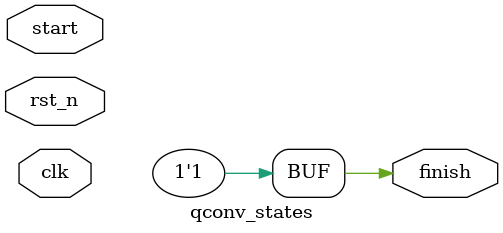
<source format=v>
`default_nettype none


module qconv_states (
    input wire clk,
    input wire rst_n,
    input wire start,
    output reg finish = 1
);


// OcHigh
    parameter OcHighBitWidth = 4;
    parameter OcHighNum = 4;
    localparam OcHigh_STATE_IDLE = 0;
    localparam OcHigh_STATE_TRIGGER_IHW_HIGH_AND_THRESHOLDS = 1;
    localparam OcHigh_STATE_WAIT_IHW_HIGH_AND_THRESHOLDS = 2;
    localparam OcHigh_STATE_TRIGGER_OUTPUT = 3;
    localparam OcHigh_STATE_WAIT_OUTPUT = 4;
    localparam OcHigh_STATE_JUDGE_CONDITION = 5;

    reg [OcHighBitWidth-1:0] oc_high = 0;
    reg [2:0] oc_high_state = OcHigh_STATE_IDLE;


    wire start_ihw_high_and_thresholds;
    assign start_ihw_high_and_thresholds = oc_high_state == OcHigh_STATE_TRIGGER_IHW_HIGH_AND_THRESHOLDS;
    wire start_output;
    assign start_output = oc_high_state == OcHigh_STATE_TRIGGER_OUTPUT;
    wire finish_ihw_high_wire;
    wire finish_thresholds_wire;
    wire finish_output_wire;
    reg  finish_ihw_high_reg = 0;
    reg  finish_thresholds_reg = 0;
    reg  finish_output_reg = 0;



    always @(posedge clk ) begin
        if (!rst_n || oc_high_state == OcHigh_STATE_JUDGE_CONDITION) begin
            finish_ihw_high_reg <= 0;
        end else if(oc_high_state) begin
            if(finish_ihw_high_wire)begin
                finish_ihw_high_reg <= 1;
            end
        end
    end


    always @(posedge clk ) begin
        if (!rst_n || oc_high_state == OcHigh_STATE_JUDGE_CONDITION) begin
            finish_thresholds_reg <= 0;
        end else if(oc_high_state) begin
            if(finish_thresholds_wire)begin
                finish_thresholds_reg <= 1;
            end
        end
    end

    always @(posedge clk ) begin
        if (!rst_n || oc_high_state == OcHigh_STATE_JUDGE_CONDITION) begin
            finish_output_reg <= 0;
        end else if(oc_high_state) begin
            if(finish_output_wire)begin
                finish_output_reg <= 1;
            end
        end
    end



    wire finish_ihw_high_and_thresholds = finish_ihw_high_reg && finish_thresholds_reg;
    always @(posedge clk ) begin
        case (oc_high_state)
            OcHigh_STATE_IDLE:                                  oc_high_state <= oc_high_state + start ? 1 : 0;
            OcHigh_STATE_TRIGGER_IHW_HIGH_AND_THRESHOLDS:       oc_high_state <= oc_high_state + 1;
            OcHigh_STATE_WAIT_IHW_HIGH_AND_THRESHOLDS:          oc_high_state <= oc_high_state + (finish_ihw_high_and_thresholds ? 1 :0);
            OcHigh_STATE_TRIGGER_OUTPUT:                        oc_high_state <= oc_high_state + 1;
            OcHigh_STATE_WAIT_OUTPUT:                           oc_high_state <= oc_high_state + (finish_output_reg ? 1 :0);
            OcHigh_STATE_JUDGE_CONDITION: oc_high_state <= (oc_high == (OcHighNum - 1) ) ? OcHigh_STATE_IDLE : OcHigh_STATE_TRIGGER_IHW_HIGH_AND_THRESHOLDS;
        endcase
    end


    always @(posedge clk) begin
        if(!rst_n || oc_high_state == OcHigh_STATE_IDLE )begin
            oc_high <= 0;
        end else if (oc_high_state == OcHigh_STATE_JUDGE_CONDITION) begin
            oc_high <= oc_high + 1;
        end
    end




    // stub_state_machine #(.N(10)) ihw_high(
    //     .clk(clk),
    //     .rst_n(rst_n),
    //     .start(start_ihw_high_and_thresholds),
    //     .finish(finish_ihw_high_wire)
    //     );







//  ihw_high
    parameter  IhwHighBitWidth = 4;
    parameter  IhwHighNum = 2;
    localparam IhwHigh_STATE_IDLE = 0;
    localparam IhwHigh_STATE_TRIGGER_READ_INDATA_AND_INIT_OUTBUF = 1;
    localparam IhwHigh_STATE_WAIT_READ_INDATA_AND_INIT_OUTBUF = 2;
    localparam IhwHigh_STATE_TRIGGER_KHW = 3;
    localparam IhwHigh_STATE_WAIT_KHW = 4;
    localparam IhwHigh_STATE_JUDGE_CONDITION = 5;


    reg [IhwHighBitWidth-1:0] ih_high = 0;
    reg [IhwHighBitWidth-1:0] iw_high = 0;    
    reg [2:0] ihw_high_state = IhwHigh_STATE_IDLE;



    wire start_read_indata_and_init_outbuf;
    assign start_read_indata_and_init_outbuf = ihw_high_state == IhwHigh_STATE_TRIGGER_READ_INDATA_AND_INIT_OUTBUF;
    wire start_khw;
    assign start_khw = ihw_high_state == IhwHigh_STATE_TRIGGER_KHW;
    wire finish_read_indata_wire;
    wire finish_init_outbuf_wire;
    wire finish_khw_wire;
    reg  finish_read_indata_reg = 0;
    reg  finish_init_outbuf_reg = 0;
    reg  finish_khw_reg = 0;




    always @(posedge clk ) begin
        if (!rst_n || ihw_high_state == IhwHigh_STATE_JUDGE_CONDITION) begin
            finish_read_indata_reg <= 0;
        end else if(ihw_high_state) begin
            if(finish_read_indata_wire)begin
                finish_read_indata_reg <= 1;
            end
        end
    end


    always @(posedge clk ) begin
        if (!rst_n || ihw_high_state == IhwHigh_STATE_JUDGE_CONDITION) begin
            finish_init_outbuf_reg <= 0;
        end else if(ihw_high_state) begin
            if(finish_init_outbuf_wire)begin
                finish_init_outbuf_reg <= 1;
            end
        end
    end

    always @(posedge clk ) begin
        if (!rst_n || ihw_high_state == IhwHigh_STATE_JUDGE_CONDITION) begin
            finish_khw_reg <= 0;
        end else if(ihw_high_state) begin
            if(finish_khw_wire)begin
                finish_khw_reg <= 1;
            end
        end
    end



    wire finish_read_indata_and_init_outbuf = finish_read_indata_reg && finish_init_outbuf_reg;
    always @(posedge clk ) begin
        case (ihw_high_state)
            IhwHigh_STATE_IDLE:                                  ihw_high_state <= ihw_high_state + start_ihw_high_and_thresholds ? 1 : 0;
            IhwHigh_STATE_TRIGGER_READ_INDATA_AND_INIT_OUTBUF:   ihw_high_state <= ihw_high_state + 1;
            IhwHigh_STATE_WAIT_READ_INDATA_AND_INIT_OUTBUF:      ihw_high_state <= ihw_high_state + (finish_read_indata_and_init_outbuf ? 1 :0);
            IhwHigh_STATE_TRIGGER_KHW:                        ihw_high_state <= ihw_high_state + 1;
            IhwHigh_STATE_WAIT_KHW:                           ihw_high_state <= ihw_high_state + (finish_khw_reg ? 1 :0);
            IhwHigh_STATE_JUDGE_CONDITION: ihw_high_state <= (ih_high == (IhwHighNum - 1)  && iw_high == (IhwHighNum - 1) ) ? IhwHigh_STATE_IDLE : IhwHigh_STATE_TRIGGER_READ_INDATA_AND_INIT_OUTBUF;
        endcase
    end



    always @(posedge clk) begin
        if(!rst_n || ihw_high_state == IhwHigh_STATE_IDLE )begin
            ih_high <= 0;
            iw_high <= 0;
        end else if (ihw_high_state == IhwHigh_STATE_JUDGE_CONDITION) begin
            ih_high <= ih_high + (iw_high == (IhwHighNum - 1) ? 1 : 0);
            iw_high <= iw_high == (IhwHighNum - 1) ? 0 : iw_high + 1;
        end
    end







    stub_state_machine #(.N(15)) read_indata(
        .clk(clk),
        .rst_n(rst_n),
        .start(start_read_indata_and_init_outbuf),
        .finish(finish_read_indata_wire)
        );

    stub_state_machine #(.N(6)) init_outbuf(
        .clk(clk),
        .rst_n(rst_n),
        .start(start_read_indata_and_init_outbuf),
        .finish(finish_init_outbuf_wire)
        );

    stub_state_machine #(.N(7)) khw(
        .clk(clk),
        .rst_n(rst_n),
        .start(start_khw),
        .finish(finish_khw_wire)
        );



    assign finish_ihw_high_wire = ihw_high_state == IhwHigh_STATE_JUDGE_CONDITION  && (ih_high == (IhwHighNum - 1)  && iw_high == (IhwHighNum - 1) );




    stub_state_machine #(.N(4)) thresholds(
        .clk(clk),
        .rst_n(rst_n),
        .start(start_ihw_high_and_thresholds),
        .finish(finish_thresholds_wire)
        );

    stub_state_machine #(.N(8)) outputs(
        .clk(clk),
        .rst_n(rst_n),
        .start(start_output),
        .finish(finish_output_wire)
        );
        

endmodule

`default_nettype wire
</source>
